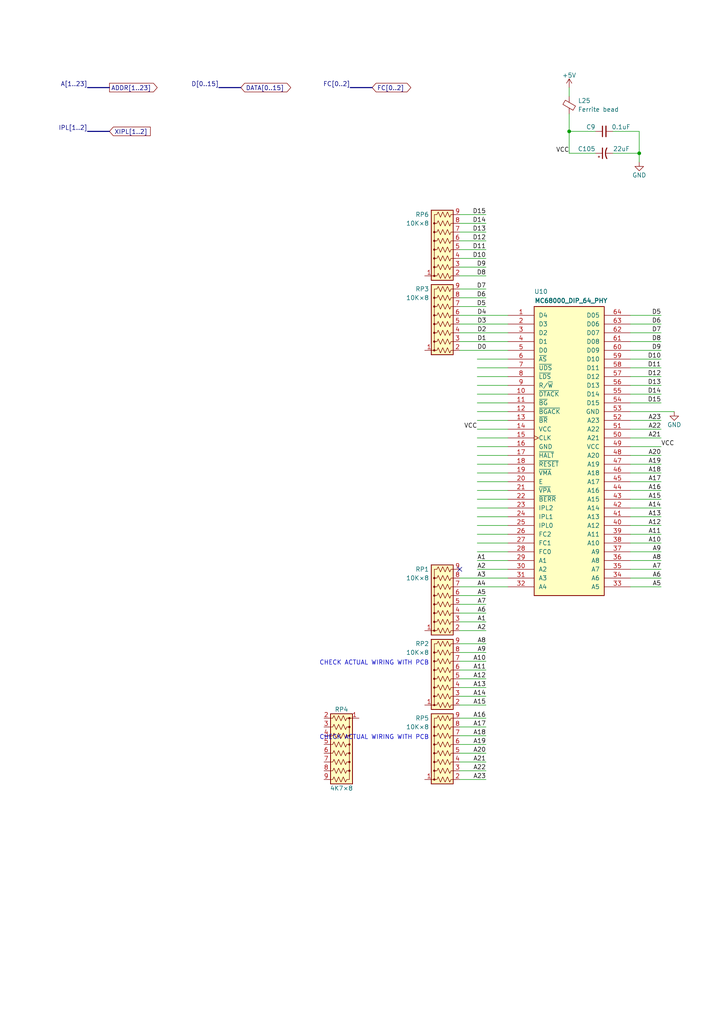
<source format=kicad_sch>
(kicad_sch (version 20211123) (generator eeschema)
  (paper "A4" portrait)
  (title_block (title "Converted schematics of Atari 260/520 ST") (date "2023-02-23") (rev "0") (comment 1 "…sporniket/kicad-conversions--atari-260-520-st-motherboard--c070231") (comment 2 "Original repository : https://github.com/…") (comment 4 "Reference : C070231"))
  (lib_symbols
    (symbol "Device:C_Polarized_Small_US" (pin_numbers hide) (pin_names (offset 0.254) hide)
      (property "Reference" "C" (at 0.254 1.778 0))
      (property "Value" "C_Polarized_Small_US" (at 0.254 -2.032 0))
      (symbol "C_Polarized_Small_US_0_1"
        (polyline (pts (xy -1.524 0.508) (xy 1.524 0.508)) (stroke (width 0.3048)))
        (polyline (pts (xy -1.27 1.524) (xy -0.762 1.524)))
        (polyline (pts (xy -1.016 1.27) (xy -1.016 1.778)))
        (arc (start 1.524 -0.762) (mid 0 -0.3734) (end -1.524 -0.762) (stroke (width 0.3048)))
      )
      (symbol "C_Polarized_Small_US_1_1"
        (pin passive line (at 0 2.54 270) (length 2.032) (name "~") (number "1"))
        (pin passive line (at 0 -2.54 90) (length 2.032) (name "~") (number "2"))
      )
    )
    (symbol "Device:C_Small" (pin_numbers hide) (pin_names (offset 0.254) hide)
      (property "Reference" "C" (at 0.254 1.778 0))
      (property "Value" "C_Small" (at 0.254 -2.032 0))
      (symbol "C_Small_0_1"
        (polyline (pts (xy -1.524 -0.508) (xy 1.524 -0.508)) (stroke (width 0.3302)))
        (polyline (pts (xy -1.524 0.508) (xy 1.524 0.508)) (stroke (width 0.3048)))
      )
      (symbol "C_Small_1_1"
        (pin passive line (at 0 2.54 270) (length 2.032) (name "~") (number "1"))
        (pin passive line (at 0 -2.54 90) (length 2.032) (name "~") (number "2"))
      )
    )
    (symbol "Device:Ferrite_Bead_Small" (pin_numbers hide) (pin_names (offset 0))
      (property "Reference" "FB" (at 1.905 1.27 0))
      (property "Value" "Device_Ferrite_Bead_Small" (at 1.905 -1.27 0))
      (symbol "Ferrite_Bead_Small_0_1"
        (polyline (pts (xy 0 -1.27) (xy 0 -0.7874)))
        (polyline (pts (xy 0 0.889) (xy 0 1.2954)))
        (polyline (pts (xy -1.8288 0.2794) (xy -1.1176 1.4986) (xy 1.8288 -0.2032) (xy 1.1176 -1.4224) (xy -1.8288 0.2794)))
      )
      (symbol "Ferrite_Bead_Small_1_1"
        (pin passive line (at 0 2.54 270) (length 1.27) (name "~") (number "1"))
        (pin passive line (at 0 -2.54 90) (length 1.27) (name "~") (number "2"))
      )
    )
    (symbol "Device:R_Network08_US" (pin_names (offset 0) hide)
      (property "Reference" "RN" (at -12.7 0 90))
      (property "Value" "R_Network08_US" (at 10.16 0 90))
      (symbol "R_Network08_US_0_1"
        (rectangle (start -11.43 -3.175) (end 8.89 3.175) (stroke (width 0.254)) (fill (type background)))
        (circle (center -10.16 2.286) (radius 0.254) (fill (type outline)))
        (circle (center -7.62 2.286) (radius 0.254) (fill (type outline)))
        (circle (center -5.08 2.286) (radius 0.254) (fill (type outline)))
        (circle (center -2.54 2.286) (radius 0.254) (fill (type outline)))
        (polyline (pts (xy -10.16 2.286) (xy 7.62 2.286)))
        (polyline (pts (xy -10.16 2.286) (xy -10.16 1.524) (xy -9.398 1.1684) (xy -10.922 0.508) (xy -9.398 -0.1524) (xy -10.922 -0.8382) (xy -9.398 -1.524) (xy -10.922 -2.1844) (xy -10.16 -2.54) (xy -10.16 -3.81)))
        (polyline (pts (xy -7.62 2.286) (xy -7.62 1.524) (xy -6.858 1.1684) (xy -8.382 0.508) (xy -6.858 -0.1524) (xy -8.382 -0.8382) (xy -6.858 -1.524) (xy -8.382 -2.1844) (xy -7.62 -2.54) (xy -7.62 -3.81)))
        (polyline (pts (xy -5.08 2.286) (xy -5.08 1.524) (xy -4.318 1.1684) (xy -5.842 0.508) (xy -4.318 -0.1524) (xy -5.842 -0.8382) (xy -4.318 -1.524) (xy -5.842 -2.1844) (xy -5.08 -2.54) (xy -5.08 -3.81)))
        (polyline (pts (xy -2.54 2.286) (xy -2.54 1.524) (xy -1.778 1.1684) (xy -3.302 0.508) (xy -1.778 -0.1524) (xy -3.302 -0.8382) (xy -1.778 -1.524) (xy -3.302 -2.1844) (xy -2.54 -2.54) (xy -2.54 -3.81)))
        (polyline (pts (xy 0 2.286) (xy 0 1.524) (xy 0.762 1.1684) (xy -0.762 0.508) (xy 0.762 -0.1524) (xy -0.762 -0.8382) (xy 0.762 -1.524) (xy -0.762 -2.1844) (xy 0 -2.54) (xy 0 -3.81)))
        (polyline (pts (xy 2.54 2.286) (xy 2.54 1.524) (xy 3.302 1.1684) (xy 1.778 0.508) (xy 3.302 -0.1524) (xy 1.778 -0.8382) (xy 3.302 -1.524) (xy 1.778 -2.1844) (xy 2.54 -2.54) (xy 2.54 -3.81)))
        (polyline (pts (xy 5.08 2.286) (xy 5.08 1.524) (xy 5.842 1.1684) (xy 4.318 0.508) (xy 5.842 -0.1524) (xy 4.318 -0.8382) (xy 5.842 -1.524) (xy 4.318 -2.1844) (xy 5.08 -2.54) (xy 5.08 -3.81)))
        (polyline (pts (xy 7.62 2.286) (xy 7.62 1.524) (xy 8.382 1.1684) (xy 6.858 0.508) (xy 8.382 -0.1524) (xy 6.858 -0.8382) (xy 8.382 -1.524) (xy 6.858 -2.1844) (xy 7.62 -2.54) (xy 7.62 -3.81)))
        (circle (center 0 2.286) (radius 0.254) (fill (type outline)))
        (circle (center 2.54 2.286) (radius 0.254) (fill (type outline)))
        (circle (center 5.08 2.286) (radius 0.254) (fill (type outline)))
      )
      (symbol "R_Network08_US_1_1"
        (pin passive line (at -10.16 5.08 270) (length 2.54) (name "common") (number "1"))
        (pin passive line (at -10.16 -5.08 90) (length 1.27) (name "R1") (number "2"))
        (pin passive line (at -7.62 -5.08 90) (length 1.27) (name "R2") (number "3"))
        (pin passive line (at -5.08 -5.08 90) (length 1.27) (name "R3") (number "4"))
        (pin passive line (at -2.54 -5.08 90) (length 1.27) (name "R4") (number "5"))
        (pin passive line (at 0 -5.08 90) (length 1.27) (name "R5") (number "6"))
        (pin passive line (at 2.54 -5.08 90) (length 1.27) (name "R6") (number "7"))
        (pin passive line (at 5.08 -5.08 90) (length 1.27) (name "R7") (number "8"))
        (pin passive line (at 7.62 -5.08 90) (length 1.27) (name "R8") (number "9"))
      )
    )
    (symbol "mc_68000_dip64:MC68000_DIP_64_PHY" (pin_names (offset 1.27))
      (property "Reference" "U" (at -10.16 46.99 0))
      (property "Value" "MC68000_DIP_64_PHY" (at -10.16 44.45 0))
      (symbol "MC68000_DIP_64_PHY_0_0"
        (rectangle (start -10.16 41.91) (end 10.16 -41.91) (stroke (width 0.254)) (fill (type background)))
        (pin bidirectional line (at -17.78 39.37 0) (length 7.62) (name "D4") (number "1"))
        (pin input line (at -17.78 16.51 0) (length 7.62) (name "~{DTACK}") (number "10"))
        (pin output line (at -17.78 13.97 0) (length 7.62) (name "~{BG}") (number "11"))
        (pin input line (at -17.78 11.43 0) (length 7.62) (name "~{BGACK}") (number "12"))
        (pin input line (at -17.78 8.89 0) (length 7.62) (name "~{BR}") (number "13"))
        (pin power_in line (at -17.78 6.35 0) (length 7.62) (name "VCC") (number "14"))
        (pin input clock (at -17.78 3.81 0) (length 7.62) (name "CLK") (number "15"))
        (pin power_in line (at -17.78 1.27 0) (length 7.62) (name "GND") (number "16"))
        (pin bidirectional line (at -17.78 -1.27 0) (length 7.62) (name "~{HALT}") (number "17"))
        (pin bidirectional line (at -17.78 -3.81 0) (length 7.62) (name "~{RESET}") (number "18"))
        (pin output line (at -17.78 -6.35 0) (length 7.62) (name "~{VMA}") (number "19"))
        (pin bidirectional line (at -17.78 36.83 0) (length 7.62) (name "D3") (number "2"))
        (pin output line (at -17.78 -8.89 0) (length 7.62) (name "E") (number "20"))
        (pin input line (at -17.78 -11.43 0) (length 7.62) (name "~{VPA}") (number "21"))
        (pin input line (at -17.78 -13.97 0) (length 7.62) (name "~{BERR}") (number "22"))
        (pin input line (at -17.78 -16.51 0) (length 7.62) (name "IPL2") (number "23"))
        (pin input line (at -17.78 -19.05 0) (length 7.62) (name "IPL1") (number "24"))
        (pin input line (at -17.78 -21.59 0) (length 7.62) (name "IPL0") (number "25"))
        (pin tri_state line (at -17.78 -24.13 0) (length 7.62) (name "FC2") (number "26"))
        (pin tri_state line (at -17.78 -26.67 0) (length 7.62) (name "FC1") (number "27"))
        (pin tri_state line (at -17.78 -29.21 0) (length 7.62) (name "FC0") (number "28"))
        (pin output line (at -17.78 -31.75 0) (length 7.62) (name "A1") (number "29"))
        (pin bidirectional line (at -17.78 34.29 0) (length 7.62) (name "D2") (number "3"))
        (pin output line (at -17.78 -34.29 0) (length 7.62) (name "A2") (number "30"))
        (pin output line (at -17.78 -36.83 0) (length 7.62) (name "A3") (number "31"))
        (pin output line (at -17.78 -39.37 0) (length 7.62) (name "A4") (number "32"))
        (pin output line (at 17.78 -39.37 180) (length 7.62) (name "A5") (number "33"))
        (pin output line (at 17.78 -36.83 180) (length 7.62) (name "A6") (number "34"))
        (pin output line (at 17.78 -34.29 180) (length 7.62) (name "A7") (number "35"))
        (pin output line (at 17.78 -31.75 180) (length 7.62) (name "A8") (number "36"))
        (pin output line (at 17.78 -29.21 180) (length 7.62) (name "A9") (number "37"))
        (pin output line (at 17.78 -26.67 180) (length 7.62) (name "A10") (number "38"))
        (pin output line (at 17.78 -24.13 180) (length 7.62) (name "A11") (number "39"))
        (pin bidirectional line (at -17.78 31.75 0) (length 7.62) (name "D1") (number "4"))
        (pin output line (at 17.78 -21.59 180) (length 7.62) (name "A12") (number "40"))
        (pin output line (at 17.78 -19.05 180) (length 7.62) (name "A13") (number "41"))
        (pin output line (at 17.78 -16.51 180) (length 7.62) (name "A14") (number "42"))
        (pin output line (at 17.78 -13.97 180) (length 7.62) (name "A15") (number "43"))
        (pin output line (at 17.78 -11.43 180) (length 7.62) (name "A16") (number "44"))
        (pin output line (at 17.78 -8.89 180) (length 7.62) (name "A17") (number "45"))
        (pin output line (at 17.78 -6.35 180) (length 7.62) (name "A18") (number "46"))
        (pin output line (at 17.78 -3.81 180) (length 7.62) (name "A19") (number "47"))
        (pin output line (at 17.78 -1.27 180) (length 7.62) (name "A20") (number "48"))
        (pin power_in line (at 17.78 1.27 180) (length 7.62) (name "VCC") (number "49"))
        (pin bidirectional line (at -17.78 29.21 0) (length 7.62) (name "D0") (number "5"))
        (pin output line (at 17.78 3.81 180) (length 7.62) (name "A21") (number "50"))
        (pin output line (at 17.78 6.35 180) (length 7.62) (name "A22") (number "51"))
        (pin output line (at 17.78 8.89 180) (length 7.62) (name "A23") (number "52"))
        (pin power_in line (at 17.78 11.43 180) (length 7.62) (name "GND") (number "53"))
        (pin bidirectional line (at 17.78 13.97 180) (length 7.62) (name "D15") (number "54"))
        (pin bidirectional line (at 17.78 16.51 180) (length 7.62) (name "D14") (number "55"))
        (pin bidirectional line (at 17.78 19.05 180) (length 7.62) (name "D13") (number "56"))
        (pin bidirectional line (at 17.78 21.59 180) (length 7.62) (name "D12") (number "57"))
        (pin bidirectional line (at 17.78 24.13 180) (length 7.62) (name "D11") (number "58"))
        (pin bidirectional line (at 17.78 26.67 180) (length 7.62) (name "D10") (number "59"))
        (pin tri_state line (at -17.78 26.67 0) (length 7.62) (name "~{AS}") (number "6"))
        (pin bidirectional line (at 17.78 29.21 180) (length 7.62) (name "D09") (number "60"))
        (pin bidirectional line (at 17.78 31.75 180) (length 7.62) (name "D08") (number "61"))
        (pin bidirectional line (at 17.78 34.29 180) (length 7.62) (name "D07") (number "62"))
        (pin bidirectional line (at 17.78 36.83 180) (length 7.62) (name "D06") (number "63"))
        (pin bidirectional line (at 17.78 39.37 180) (length 7.62) (name "D05") (number "64"))
        (pin tri_state line (at -17.78 24.13 0) (length 7.62) (name "~{UDS}") (number "7"))
        (pin tri_state line (at -17.78 21.59 0) (length 7.62) (name "~{LDS}") (number "8"))
        (pin tri_state line (at -17.78 19.05 0) (length 7.62) (name "R/~{W}") (number "9"))
      )
    )
    (symbol "power:+5V" (power) (pin_names (offset 0))
      (property "Value" "+5V" (at 0 3.556 0))
      (symbol "+5V_0_1"
        (polyline (pts (xy -0.762 1.27) (xy 0 2.54)))
        (polyline (pts (xy 0 0) (xy 0 2.54)))
        (polyline (pts (xy 0 2.54) (xy 0.762 1.27)))
      )
      (symbol "+5V_1_1"
        (pin power_in line (at 0 0 90) (length 0) hide (name "+5V") (number "1"))
      )
    )
    (symbol "power:GND" (power) (pin_names (offset 0))
      (property "Value" "GND" (at 0 -3.81 0))
      (symbol "GND_0_1"
        (polyline (pts (xy 0 0) (xy 0 -1.27) (xy 1.27 -1.27) (xy 0 -2.54) (xy -1.27 -1.27) (xy 0 -1.27)))
      )
      (symbol "GND_1_1"
        (pin power_in line (at 0 0 270) (length 0) hide (name "GND") (number "1"))
      )
    )
  )
  (junction (at 185.42 44.45))
  (junction (at 165.1 38.1))
  (no_connect (at 133.35 165.1))
  (wire (pts (xy 182.88 152.4) (xy 191.77 152.4)))
  (wire (pts (xy 133.35 213.36) (xy 140.97 213.36)))
  (wire (pts (xy 177.8 38.1) (xy 185.42 38.1)))
  (wire (pts (xy 138.43 116.84) (xy 147.32 116.84)))
  (wire (pts (xy 165.1 44.45) (xy 172.72 44.45)))
  (wire (pts (xy 138.43 139.7) (xy 147.32 139.7)))
  (wire (pts (xy 138.43 109.22) (xy 147.32 109.22)))
  (wire (pts (xy 182.88 147.32) (xy 191.77 147.32)))
  (wire (pts (xy 182.88 167.64) (xy 191.77 167.64)))
  (wire (pts (xy 182.88 129.54) (xy 191.77 129.54)))
  (wire (pts (xy 138.43 114.3) (xy 147.32 114.3)))
  (wire (pts (xy 182.88 127) (xy 191.77 127)))
  (wire (pts (xy 138.43 106.68) (xy 147.32 106.68)))
  (wire (pts (xy 138.43 149.86) (xy 147.32 149.86)))
  (bus (pts (xy 101.6 25.4) (xy 107.95 25.4)))
  (wire (pts (xy 165.1 33.02) (xy 165.1 38.1)))
  (wire (pts (xy 133.35 204.47) (xy 140.97 204.47)))
  (wire (pts (xy 133.35 167.64) (xy 147.32 167.64)))
  (wire (pts (xy 182.88 109.22) (xy 191.77 109.22)))
  (wire (pts (xy 182.88 157.48) (xy 191.77 157.48)))
  (wire (pts (xy 182.88 144.78) (xy 191.77 144.78)))
  (wire (pts (xy 133.35 72.39) (xy 140.97 72.39)))
  (wire (pts (xy 133.35 226.06) (xy 140.97 226.06)))
  (wire (pts (xy 138.43 132.08) (xy 147.32 132.08)))
  (wire (pts (xy 133.35 177.8) (xy 140.97 177.8)))
  (wire (pts (xy 165.1 38.1) (xy 165.1 44.45)))
  (wire (pts (xy 182.88 142.24) (xy 191.77 142.24)))
  (wire (pts (xy 182.88 91.44) (xy 191.77 91.44)))
  (wire (pts (xy 185.42 44.45) (xy 185.42 46.99)))
  (wire (pts (xy 182.88 162.56) (xy 191.77 162.56)))
  (wire (pts (xy 138.43 142.24) (xy 147.32 142.24)))
  (wire (pts (xy 133.35 67.31) (xy 140.97 67.31)))
  (wire (pts (xy 182.88 119.38) (xy 195.58 119.38)))
  (wire (pts (xy 182.88 124.46) (xy 191.77 124.46)))
  (wire (pts (xy 133.35 208.28) (xy 140.97 208.28)))
  (wire (pts (xy 133.35 199.39) (xy 140.97 199.39)))
  (wire (pts (xy 138.43 127) (xy 147.32 127)))
  (wire (pts (xy 182.88 101.6) (xy 191.77 101.6)))
  (wire (pts (xy 182.88 111.76) (xy 191.77 111.76)))
  (wire (pts (xy 133.35 196.85) (xy 140.97 196.85)))
  (wire (pts (xy 133.35 77.47) (xy 140.97 77.47)))
  (wire (pts (xy 182.88 134.62) (xy 191.77 134.62)))
  (wire (pts (xy 133.35 93.98) (xy 147.32 93.98)))
  (wire (pts (xy 182.88 116.84) (xy 191.77 116.84)))
  (wire (pts (xy 182.88 96.52) (xy 191.77 96.52)))
  (wire (pts (xy 182.88 165.1) (xy 191.77 165.1)))
  (wire (pts (xy 138.43 157.48) (xy 147.32 157.48)))
  (wire (pts (xy 138.43 129.54) (xy 147.32 129.54)))
  (wire (pts (xy 133.35 88.9) (xy 140.97 88.9)))
  (wire (pts (xy 133.35 194.31) (xy 140.97 194.31)))
  (wire (pts (xy 138.43 162.56) (xy 147.32 162.56)))
  (wire (pts (xy 133.35 175.26) (xy 140.97 175.26)))
  (wire (pts (xy 133.35 186.69) (xy 140.97 186.69)))
  (wire (pts (xy 182.88 93.98) (xy 191.77 93.98)))
  (wire (pts (xy 133.35 182.88) (xy 140.97 182.88)))
  (wire (pts (xy 133.35 86.36) (xy 140.97 86.36)))
  (wire (pts (xy 133.35 91.44) (xy 147.32 91.44)))
  (wire (pts (xy 138.43 119.38) (xy 147.32 119.38)))
  (wire (pts (xy 182.88 114.3) (xy 191.77 114.3)))
  (wire (pts (xy 182.88 99.06) (xy 191.77 99.06)))
  (wire (pts (xy 133.35 180.34) (xy 140.97 180.34)))
  (wire (pts (xy 165.1 25.4) (xy 165.1 27.94)))
  (wire (pts (xy 133.35 80.01) (xy 140.97 80.01)))
  (wire (pts (xy 133.35 74.93) (xy 140.97 74.93)))
  (wire (pts (xy 138.43 165.1) (xy 147.32 165.1)))
  (wire (pts (xy 182.88 149.86) (xy 191.77 149.86)))
  (wire (pts (xy 185.42 38.1) (xy 185.42 44.45)))
  (wire (pts (xy 133.35 191.77) (xy 140.97 191.77)))
  (wire (pts (xy 182.88 170.18) (xy 191.77 170.18)))
  (wire (pts (xy 133.35 96.52) (xy 147.32 96.52)))
  (wire (pts (xy 138.43 137.16) (xy 147.32 137.16)))
  (wire (pts (xy 138.43 124.46) (xy 147.32 124.46)))
  (wire (pts (xy 133.35 223.52) (xy 140.97 223.52)))
  (wire (pts (xy 138.43 111.76) (xy 147.32 111.76)))
  (wire (pts (xy 182.88 139.7) (xy 191.77 139.7)))
  (wire (pts (xy 133.35 172.72) (xy 140.97 172.72)))
  (wire (pts (xy 138.43 144.78) (xy 147.32 144.78)))
  (wire (pts (xy 133.35 210.82) (xy 140.97 210.82)))
  (wire (pts (xy 133.35 69.85) (xy 140.97 69.85)))
  (wire (pts (xy 182.88 160.02) (xy 191.77 160.02)))
  (wire (pts (xy 138.43 104.14) (xy 147.32 104.14)))
  (wire (pts (xy 182.88 132.08) (xy 191.77 132.08)))
  (wire (pts (xy 133.35 170.18) (xy 147.32 170.18)))
  (wire (pts (xy 133.35 220.98) (xy 140.97 220.98)))
  (wire (pts (xy 182.88 106.68) (xy 191.77 106.68)))
  (wire (pts (xy 177.8 44.45) (xy 185.42 44.45)))
  (wire (pts (xy 182.88 154.94) (xy 191.77 154.94)))
  (wire (pts (xy 133.35 64.77) (xy 140.97 64.77)))
  (wire (pts (xy 138.43 160.02) (xy 147.32 160.02)))
  (bus (pts (xy 25.4 38.1) (xy 31.75 38.1)))
  (wire (pts (xy 133.35 215.9) (xy 140.97 215.9)))
  (bus (pts (xy 63.5 25.4) (xy 69.85 25.4)))
  (wire (pts (xy 133.35 83.82) (xy 140.97 83.82)))
  (wire (pts (xy 165.1 38.1) (xy 172.72 38.1)))
  (wire (pts (xy 133.35 218.44) (xy 140.97 218.44)))
  (wire (pts (xy 133.35 189.23) (xy 140.97 189.23)))
  (wire (pts (xy 133.35 201.93) (xy 140.97 201.93)))
  (wire (pts (xy 182.88 104.14) (xy 191.77 104.14)))
  (wire (pts (xy 138.43 147.32) (xy 147.32 147.32)))
  (wire (pts (xy 138.43 121.92) (xy 147.32 121.92)))
  (bus (pts (xy 31.75 25.4) (xy 25.4 25.4)))
  (wire (pts (xy 182.88 121.92) (xy 191.77 121.92)))
  (wire (pts (xy 138.43 152.4) (xy 147.32 152.4)))
  (wire (pts (xy 138.43 154.94) (xy 147.32 154.94)))
  (wire (pts (xy 138.43 134.62) (xy 147.32 134.62)))
  (wire (pts (xy 182.88 137.16) (xy 191.77 137.16)))
  (wire (pts (xy 133.35 62.23) (xy 140.97 62.23)))
  (wire (pts (xy 133.35 101.6) (xy 147.32 101.6)))
  (wire (pts (xy 133.35 99.06) (xy 147.32 99.06)))
  (text "CHECK ACTUAL WIRING WITH PCB" (at 124.46 214.63 180) (effects (font (size 1.27 1.27)) (justify right bottom)))
  (text "CHECK ACTUAL WIRING WITH PCB" (at 124.46 193.04 180) (effects (font (size 1.27 1.27)) (justify right bottom)))
  (label "D14" (at 140.97 64.77 180))
  (label "D12" (at 140.97 69.85 180))
  (label "A13" (at 191.77 149.86 180))
  (label "A17" (at 191.77 139.7 180))
  (label "A22" (at 191.77 124.46 180))
  (label "A10" (at 140.97 191.77 180))
  (label "FC[0..2]" (at 101.6 25.4 180))
  (label "D15" (at 191.77 116.84 180))
  (label "A20" (at 140.97 218.44 180))
  (label "D2" (at 138.43 96.52 0))
  (label "A18" (at 140.97 213.36 180))
  (label "IPL[1..2]" (at 25.4 38.1 180))
  (label "A10" (at 191.77 157.48 180))
  (label "A23" (at 140.97 226.06 180))
  (label "D1" (at 138.43 99.06 0))
  (label "A5" (at 191.77 170.18 180))
  (label "D7" (at 140.97 83.82 180))
  (label "A20" (at 191.77 132.08 180))
  (label "VCC" (at 191.77 129.54 0))
  (label "A22" (at 140.97 223.52 180))
  (label "D5" (at 140.97 88.9 180))
  (label "D0" (at 138.43 101.6 0))
  (label "A23" (at 191.77 121.92 180))
  (label "A8" (at 140.97 186.69 180))
  (label "D15" (at 140.97 62.23 180))
  (label "D9" (at 140.97 77.47 180))
  (label "VCC" (at 138.43 124.46 180))
  (label "D13" (at 140.97 67.31 180))
  (label "A14" (at 140.97 201.93 180))
  (label "A19" (at 191.77 134.62 180))
  (label "A17" (at 140.97 210.82 180))
  (label "D3" (at 138.43 93.98 0))
  (label "A2" (at 138.43 165.1 0))
  (label "D8" (at 140.97 80.01 180))
  (label "D4" (at 138.43 91.44 0))
  (label "D6" (at 191.77 93.98 180))
  (label "A7" (at 140.97 175.26 180))
  (label "A21" (at 140.97 220.98 180))
  (label "A6" (at 140.97 177.8 180))
  (label "A21" (at 191.77 127 180))
  (label "A5" (at 140.97 172.72 180))
  (label "D13" (at 191.77 111.76 180))
  (label "A2" (at 140.97 182.88 180))
  (label "D6" (at 140.97 86.36 180))
  (label "A9" (at 140.97 189.23 180))
  (label "A16" (at 191.77 142.24 180))
  (label "A15" (at 191.77 144.78 180))
  (label "A6" (at 191.77 167.64 180))
  (label "A1" (at 140.97 180.34 180))
  (label "A3" (at 138.43 167.64 0))
  (label "A11" (at 191.77 154.94 180))
  (label "D9" (at 191.77 101.6 180))
  (label "A16" (at 140.97 208.28 180))
  (label "A[1..23]" (at 25.4 25.4 180))
  (label "A7" (at 191.77 165.1 180))
  (label "VCC" (at 165.1 44.45 180))
  (label "D5" (at 191.77 91.44 180))
  (label "D12" (at 191.77 109.22 180))
  (label "A1" (at 138.43 162.56 0))
  (label "D11" (at 140.97 72.39 180))
  (label "A18" (at 191.77 137.16 180))
  (label "A11" (at 140.97 194.31 180))
  (label "A14" (at 191.77 147.32 180))
  (label "A13" (at 140.97 199.39 180))
  (label "D8" (at 191.77 99.06 180))
  (label "A9" (at 191.77 160.02 180))
  (label "A8" (at 191.77 162.56 180))
  (label "A15" (at 140.97 204.47 180))
  (label "D10" (at 191.77 104.14 180))
  (label "A12" (at 140.97 196.85 180))
  (label "D[0..15]" (at 63.5 25.4 180))
  (label "D10" (at 140.97 74.93 180))
  (label "D7" (at 191.77 96.52 180))
  (label "A12" (at 191.77 152.4 180))
  (label "A4" (at 138.43 170.18 0))
  (label "A19" (at 140.97 215.9 180))
  (label "D14" (at 191.77 114.3 180))
  (label "D11" (at 191.77 106.68 180))
  (global_label "DATA[0..15]" (shape bidirectional) (at 69.85 25.4 0) (property "Intersheet References" "${INTERSHEET_REFS}" (effects hide)))
  (global_label "FC[0..2]" (shape bidirectional) (at 107.95 25.4 0) (property "Intersheet References" "${INTERSHEET_REFS}" (effects hide)))
  (global_label "ADDR[1..23]" (shape output) (at 31.75 25.4 0) (property "Intersheet References" "${INTERSHEET_REFS}" (effects hide)))
  (global_label "XIPL[1..2]" (shape input) (at 31.75 38.1 0) (property "Intersheet References" "${INTERSHEET_REFS}" (effects hide)))
  (symbol (lib_id "power:GND") (at 195.58 119.38 0) (unit 1)
    (property "Reference" "#PWR?" (effects hide))
    (property "Value" "GND" (at 195.58 123.19 0))
  )
  (symbol (lib_id "mc_68000_dip64:MC68000_DIP_64_PHY") (at 165.1 130.81 0) (unit 1)
    (property "Reference" "U10" (at 154.94 83.82 0) (effects (justify left top)))
    (property "Value" "MC68000_DIP_64_PHY" (at 154.94 86.36 0) (effects (font bold) (justify left top)))
    (property "Footprint" "Package_DIP:DIP-64_W22.86mm_LongPads" (effects hide))
    (property "Datasheet" "https://www.nxp.com/docs/en/reference-manual/MC68000UM.pdf" (effects hide))
  )
  (symbol (lib_id "Device:R_Network08_US") (at 128.27 194.31 90) (unit 1)
    (property "Reference" "RP2" (at 124.46 186.69 90) (effects (justify left)))
    (property "Value" "10K×8" (at 124.46 189.23 90) (effects (justify left)))
    (property "Footprint" "Resistor_THT:R_Array_SIP9" (effects hide))
    (property "Datasheet" "http://www.vishay.com/docs/31509/csc.pdf" (effects hide))
  )
  (symbol (lib_id "Device:R_Network08_US") (at 99.06 218.44 270) (unit 1)
    (property "Reference" "RP4" (at 99.06 205.74 90))
    (property "Value" "4K7×8" (at 99.06 228.6 90))
    (property "Footprint" "Resistor_THT:R_Array_SIP9" (effects hide))
    (property "Datasheet" "http://www.vishay.com/docs/31509/csc.pdf" (effects hide))
  )
  (symbol (lib_id "power:GND") (at 185.42 46.99 0) (unit 1)
    (property "Reference" "#PWR?" (effects hide))
    (property "Value" "GND" (at 185.42 50.8 0))
  )
  (symbol (lib_id "Device:R_Network08_US") (at 128.27 69.85 90) (unit 1)
    (property "Reference" "RP6" (at 124.46 62.23 90) (effects (justify left)))
    (property "Value" "10K×8" (at 124.46 64.77 90) (effects (justify left)))
    (property "Footprint" "Resistor_THT:R_Array_SIP9" (effects hide))
    (property "Datasheet" "http://www.vishay.com/docs/31509/csc.pdf" (effects hide))
  )
  (symbol (lib_id "Device:R_Network08_US") (at 128.27 215.9 90) (unit 1)
    (property "Reference" "RP5" (at 124.46 208.28 90) (effects (justify left)))
    (property "Value" "10K×8" (at 124.46 210.82 90) (effects (justify left)))
    (property "Footprint" "Resistor_THT:R_Array_SIP9" (effects hide))
    (property "Datasheet" "http://www.vishay.com/docs/31509/csc.pdf" (effects hide))
  )
  (symbol (lib_id "Device:C_Polarized_Small_US") (at 175.26 44.45 90) (unit 1)
    (property "Reference" "C105" (at 172.72 43.18 90) (effects (justify left)))
    (property "Value" "22uF" (at 177.8 43.18 90) (effects (justify right)))
  )
  (symbol (lib_id "power:+5V") (at 165.1 25.4 0) (unit 1)
    (property "Reference" "#PWR?" (effects hide))
    (property "Value" "+5V" (at 165.1 21.844 0))
  )
  (symbol (lib_id "Device:C_Small") (at 175.26 38.1 90) (unit 1)
    (property "Reference" "C9" (at 172.72 36.83 90) (effects (justify left)))
    (property "Value" "0.1uF" (at 182.88 36.83 90) (effects (justify left)))
    (property "Footprint" "commons-passives_THT:Passive_THT_capacitor_mlcc_W2.54mm_L12.70mm" (effects hide))
  )
  (symbol (lib_id "Device:Ferrite_Bead_Small") (at 165.1 30.48 180) (unit 1)
    (property "Reference" "L25" (at 167.64 29.21 0) (effects (justify right)))
    (property "Value" "Ferrite bead" (at 167.64 31.75 0) (effects (justify right)))
    (property "Footprint" "commons-passives_THT:Passive_THT_ferrite_bead_W3.81mm_L15.24mm" (effects hide))
  )
  (symbol (lib_id "Device:R_Network08_US") (at 128.27 91.44 90) (unit 1)
    (property "Reference" "RP3" (at 124.46 83.82 90) (effects (justify left)))
    (property "Value" "10K×8" (at 124.46 86.36 90) (effects (justify left)))
    (property "Footprint" "Resistor_THT:R_Array_SIP9" (effects hide))
    (property "Datasheet" "http://www.vishay.com/docs/31509/csc.pdf" (effects hide))
  )
  (symbol (lib_id "Device:R_Network08_US") (at 128.27 172.72 90) (unit 1)
    (property "Reference" "RP1" (at 124.46 165.1 90) (effects (justify left)))
    (property "Value" "10K×8" (at 124.46 167.64 90) (effects (justify left)))
    (property "Footprint" "Resistor_THT:R_Array_SIP9" (effects hide))
    (property "Datasheet" "http://www.vishay.com/docs/31509/csc.pdf" (effects hide))
  )
)
</source>
